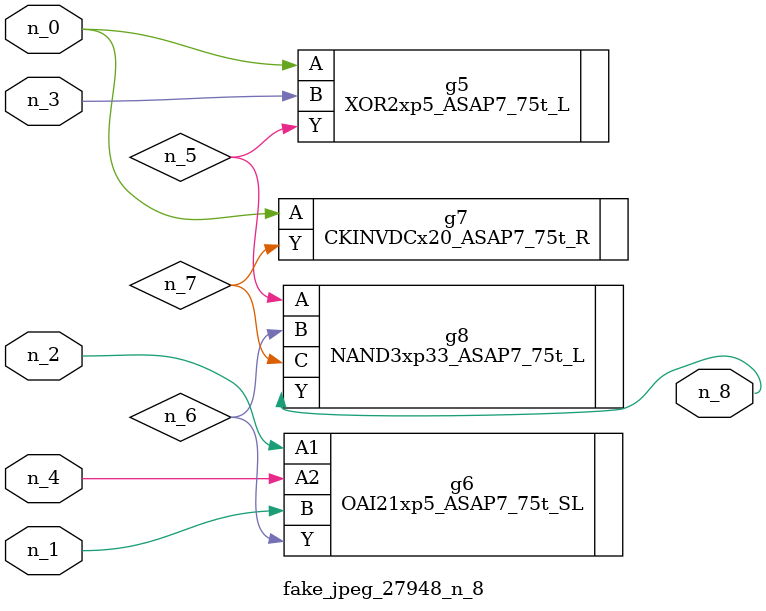
<source format=v>
module fake_jpeg_27948_n_8 (n_3, n_2, n_1, n_0, n_4, n_8);

input n_3;
input n_2;
input n_1;
input n_0;
input n_4;

output n_8;

wire n_6;
wire n_5;
wire n_7;

XOR2xp5_ASAP7_75t_L g5 ( 
.A(n_0),
.B(n_3),
.Y(n_5)
);

OAI21xp5_ASAP7_75t_SL g6 ( 
.A1(n_2),
.A2(n_4),
.B(n_1),
.Y(n_6)
);

CKINVDCx20_ASAP7_75t_R g7 ( 
.A(n_0),
.Y(n_7)
);

NAND3xp33_ASAP7_75t_L g8 ( 
.A(n_5),
.B(n_6),
.C(n_7),
.Y(n_8)
);


endmodule
</source>
